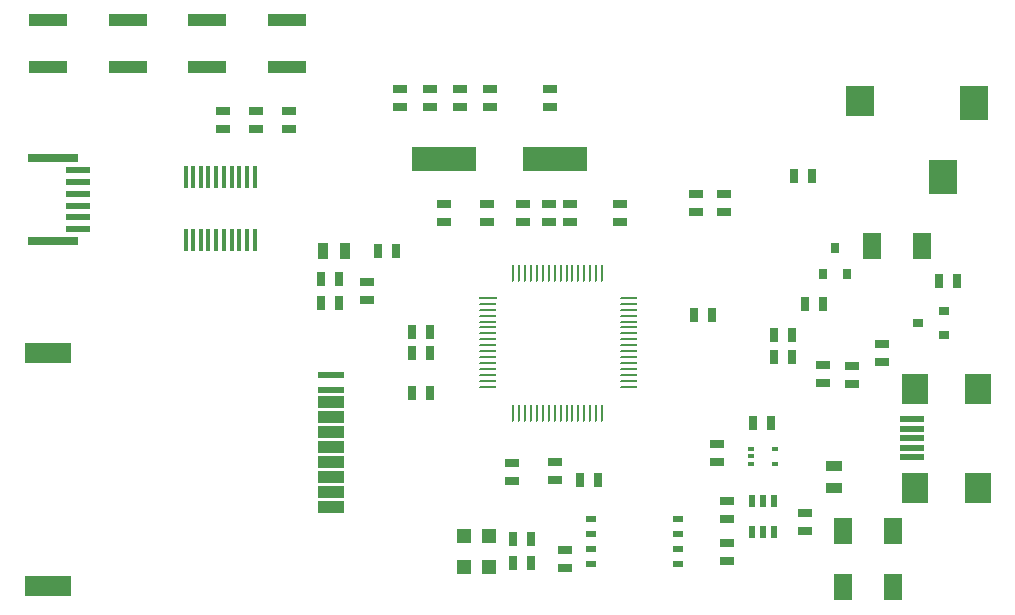
<source format=gtp>
G04 (created by PCBNEW-RS274X (2011-05-25)-stable) date Sat 05 Nov 2011 19:00:57 CET*
G01*
G70*
G90*
%MOIN*%
G04 Gerber Fmt 3.4, Leading zero omitted, Abs format*
%FSLAX34Y34*%
G04 APERTURE LIST*
%ADD10C,0.006000*%
%ADD11R,0.025000X0.045000*%
%ADD12R,0.045000X0.025000*%
%ADD13R,0.035000X0.055000*%
%ADD14R,0.055000X0.035000*%
%ADD15R,0.060000X0.009800*%
%ADD16O,0.060000X0.009800*%
%ADD17O,0.009800X0.060000*%
%ADD18R,0.031500X0.035400*%
%ADD19R,0.035400X0.031500*%
%ADD20R,0.126000X0.039400*%
%ADD21R,0.078700X0.019700*%
%ADD22R,0.086600X0.098400*%
%ADD23R,0.090600X0.039400*%
%ADD24R,0.090600X0.019700*%
%ADD25R,0.157500X0.066900*%
%ADD26R,0.016000X0.074800*%
%ADD27R,0.020000X0.012000*%
%ADD28R,0.023600X0.043300*%
%ADD29R,0.059800X0.090600*%
%ADD30R,0.037900X0.019700*%
%ADD31R,0.047200X0.047200*%
%ADD32R,0.094500X0.116100*%
%ADD33R,0.094500X0.104300*%
%ADD34R,0.216500X0.078700*%
%ADD35R,0.078700X0.023600*%
%ADD36R,0.165400X0.027600*%
G04 APERTURE END LIST*
G54D10*
G54D11*
X33687Y-51400D03*
X34287Y-51400D03*
X41795Y-45537D03*
X41195Y-45537D03*
X32050Y-53350D03*
X31450Y-53350D03*
X32050Y-54150D03*
X31450Y-54150D03*
X40842Y-41267D03*
X41442Y-41267D03*
X25050Y-44700D03*
X25650Y-44700D03*
X40150Y-46550D03*
X40750Y-46550D03*
X40150Y-47300D03*
X40750Y-47300D03*
G54D12*
X32700Y-38350D03*
X32700Y-38950D03*
X30700Y-38350D03*
X30700Y-38950D03*
X29700Y-38350D03*
X29700Y-38950D03*
X28700Y-38350D03*
X28700Y-38950D03*
X27700Y-38350D03*
X27700Y-38950D03*
X42750Y-48200D03*
X42750Y-47600D03*
X43750Y-47450D03*
X43750Y-46850D03*
G54D11*
X46250Y-44750D03*
X45650Y-44750D03*
X27551Y-43763D03*
X26951Y-43763D03*
G54D12*
X38600Y-52100D03*
X38600Y-52700D03*
X38600Y-54100D03*
X38600Y-53500D03*
X35015Y-42785D03*
X35015Y-42185D03*
X32850Y-50800D03*
X32850Y-51400D03*
X29150Y-42200D03*
X29150Y-42800D03*
X31800Y-42800D03*
X31800Y-42200D03*
G54D11*
X28700Y-48500D03*
X28100Y-48500D03*
G54D12*
X30600Y-42800D03*
X30600Y-42200D03*
X41200Y-52500D03*
X41200Y-53100D03*
X38500Y-42450D03*
X38500Y-41850D03*
G54D11*
X28700Y-47150D03*
X28100Y-47150D03*
G54D12*
X37550Y-42450D03*
X37550Y-41850D03*
G54D11*
X25650Y-45500D03*
X25050Y-45500D03*
G54D12*
X33350Y-42800D03*
X33350Y-42200D03*
G54D11*
X37500Y-45900D03*
X38100Y-45900D03*
G54D12*
X26600Y-45400D03*
X26600Y-44800D03*
X41800Y-48150D03*
X41800Y-47550D03*
X31420Y-50809D03*
X31420Y-51409D03*
X32647Y-42804D03*
X32647Y-42204D03*
G54D11*
X28700Y-46450D03*
X28100Y-46450D03*
G54D13*
X25870Y-43753D03*
X25120Y-43753D03*
G54D14*
X42150Y-50925D03*
X42150Y-51675D03*
G54D15*
X30639Y-45324D03*
G54D16*
X30639Y-45521D03*
X30639Y-45718D03*
X30639Y-45915D03*
X30639Y-46112D03*
X30639Y-46308D03*
X30639Y-46505D03*
X30639Y-46702D03*
X30639Y-46899D03*
X30639Y-47096D03*
X30639Y-47293D03*
X30639Y-47489D03*
X30639Y-47686D03*
X30639Y-47883D03*
X30639Y-48080D03*
X30639Y-48277D03*
G54D17*
X31474Y-49175D03*
X31671Y-49175D03*
X31868Y-49175D03*
X32065Y-49175D03*
X32262Y-49175D03*
X32458Y-49175D03*
X32655Y-49175D03*
X32852Y-49175D03*
X33049Y-49175D03*
X33246Y-49175D03*
X33443Y-49175D03*
X33639Y-49175D03*
X33836Y-49175D03*
X34033Y-49175D03*
X34230Y-49175D03*
X34427Y-49175D03*
G54D16*
X35325Y-48277D03*
X35325Y-48080D03*
X35325Y-47883D03*
X35325Y-47686D03*
X35325Y-47489D03*
X35325Y-47293D03*
X35325Y-47096D03*
X35325Y-46899D03*
X35325Y-46702D03*
X35325Y-46505D03*
X35325Y-46308D03*
X35325Y-46112D03*
X35325Y-45915D03*
X35325Y-45718D03*
X35325Y-45521D03*
X35325Y-45324D03*
G54D17*
X34427Y-44489D03*
X34230Y-44489D03*
X33836Y-44489D03*
X34033Y-44482D03*
X33639Y-44489D03*
X33443Y-44489D03*
X33246Y-44489D03*
X33049Y-44489D03*
X32852Y-44489D03*
X32655Y-44489D03*
X32461Y-44489D03*
X32264Y-44489D03*
X32067Y-44489D03*
X31870Y-44489D03*
X31674Y-44489D03*
X31477Y-44489D03*
G54D18*
X41806Y-44533D03*
X42594Y-44533D03*
X42200Y-43667D03*
G54D19*
X45833Y-46544D03*
X45833Y-45756D03*
X44967Y-46150D03*
G54D20*
X18639Y-36063D03*
X18639Y-37637D03*
X15961Y-37637D03*
X15961Y-36063D03*
X23939Y-36063D03*
X23939Y-37637D03*
X21261Y-37637D03*
X21261Y-36063D03*
G54D21*
X44764Y-50315D03*
X44764Y-50000D03*
X44764Y-49685D03*
X44764Y-49370D03*
X44764Y-50630D03*
G54D22*
X44863Y-51654D03*
X44863Y-48346D03*
X46949Y-51654D03*
X46949Y-48346D03*
G54D23*
X25403Y-52294D03*
X25403Y-51794D03*
X25403Y-50794D03*
X25403Y-51294D03*
X25403Y-50294D03*
X25403Y-49794D03*
X25403Y-49294D03*
X25403Y-48794D03*
G54D24*
X25403Y-48400D03*
X25403Y-47889D03*
G54D25*
X15954Y-47172D03*
X15954Y-54928D03*
G54D26*
X22850Y-41300D03*
X22600Y-41300D03*
X22340Y-41300D03*
X22080Y-41300D03*
X21830Y-41300D03*
X21570Y-41300D03*
X21310Y-41300D03*
X21060Y-41300D03*
X20800Y-41300D03*
X20550Y-41300D03*
X20550Y-43400D03*
X20800Y-43400D03*
X21060Y-43400D03*
X21310Y-43400D03*
X21570Y-43400D03*
X21830Y-43400D03*
X22080Y-43400D03*
X22340Y-43400D03*
X22600Y-43400D03*
X22850Y-43400D03*
G54D11*
X40050Y-49500D03*
X39450Y-49500D03*
G54D12*
X24000Y-39100D03*
X24000Y-39700D03*
X22900Y-39700D03*
X22900Y-39100D03*
X21800Y-39100D03*
X21800Y-39700D03*
X38250Y-50200D03*
X38250Y-50800D03*
G54D27*
X39400Y-50350D03*
X39400Y-50850D03*
X40200Y-50350D03*
X39400Y-50600D03*
X40200Y-50850D03*
G54D28*
X39426Y-53112D03*
X39800Y-53112D03*
X40174Y-53112D03*
X39426Y-52088D03*
X39800Y-52088D03*
X40174Y-52088D03*
G54D29*
X45089Y-43600D03*
X43411Y-43600D03*
X44139Y-53100D03*
X42461Y-53100D03*
X44139Y-54950D03*
X42461Y-54950D03*
G54D30*
X36955Y-52700D03*
X36955Y-54200D03*
X36955Y-53700D03*
X36955Y-53200D03*
X34045Y-54200D03*
X34045Y-53700D03*
X34046Y-53200D03*
X34045Y-52700D03*
G54D31*
X30663Y-53250D03*
X29837Y-53250D03*
X30663Y-54300D03*
X29837Y-54300D03*
G54D32*
X46843Y-38811D03*
X45780Y-41281D03*
G54D33*
X43024Y-38752D03*
G54D34*
X32850Y-40700D03*
X29150Y-40700D03*
G54D12*
X33178Y-53736D03*
X33178Y-54336D03*
G54D35*
X16947Y-41066D03*
X16947Y-41459D03*
X16947Y-41853D03*
X16947Y-42247D03*
X16947Y-42641D03*
X16947Y-43034D03*
G54D36*
X16120Y-40672D03*
X16120Y-43428D03*
M02*

</source>
